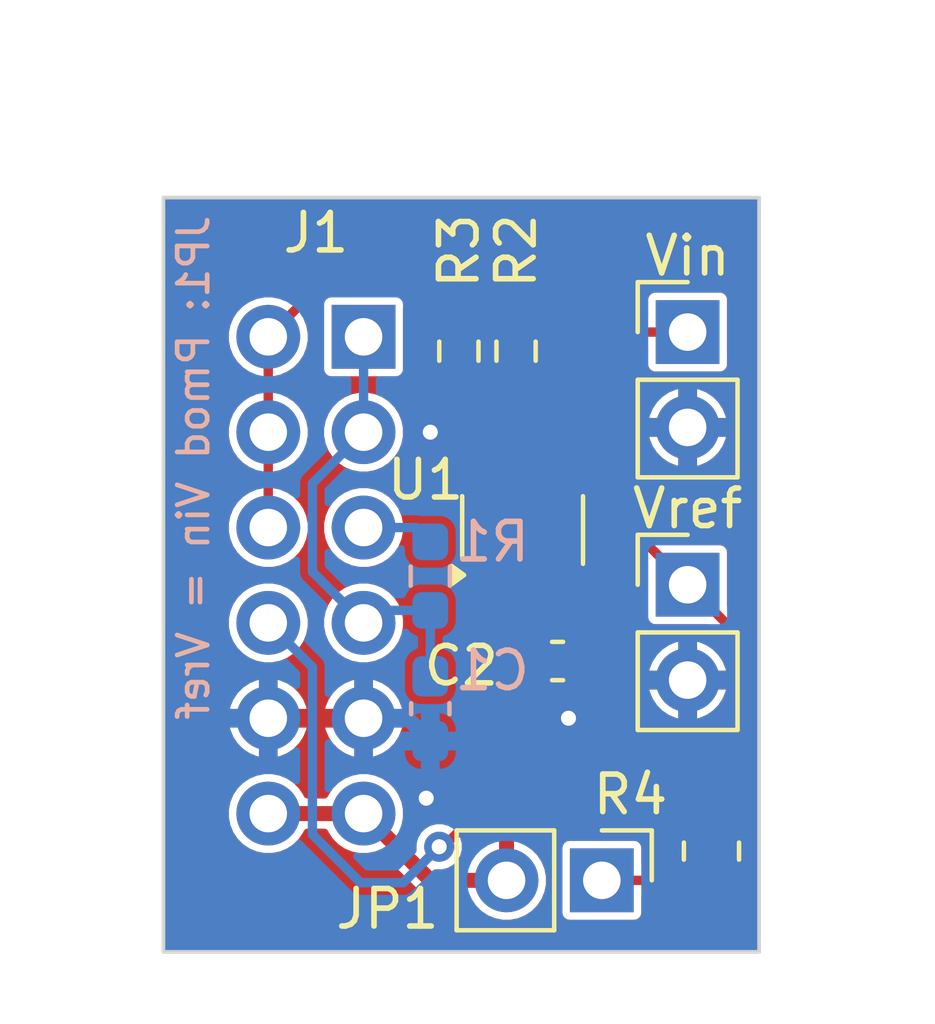
<source format=kicad_pcb>
(kicad_pcb (version 20241229) (generator "pcbnew") (generator_version "9.0")
  (layers (0 "F.Cu" signal) (2 "B.Cu" signal) (13 "F.Paste" user) (15 "B.Paste" user) (5 "F.SilkS" user "F.Silkscreen") (7 "B.SilkS" user "B.Silkscreen") (1 "F.Mask" user) (3 "B.Mask" user) (25 "Edge.Cuts" user))
  (net 0 "")
  (net 1 "GND")
  (net 2 "+3.3V")
  (net 3 "/CHARGE")
  (net 4 "/SENSE_LO")
  (net 5 "/SENSE_HI")
  (net 6 "/SEL")
  (net 7 "Net-(J2-Pin_1)")
  (net 8 "Net-(J3-Pin_1)")
  (net 9 "Net-(U1-D)")
  (net 10 "Net-(JP1-A)")
  (footprint "Capacitor_SMD:C_0603_1608Metric_Pad1.08x0.95mm_HandSolder" (layer "F.Cu") (at 73.75 69.596)
    (property "Reference" "C2" (at -2.5665 0.127 0) (layer "F.SilkS"))
    (property "Value" "1uF")
    (fp_line (start -0.146267 -0.51) (end 0.146267 -0.51) (stroke (width 0.12)) (layer "F.SilkS"))
    (fp_line (start -0.146267 0.51) (end 0.146267 0.51) (stroke (width 0.12)) (layer "F.SilkS"))
    (pad "1" smd roundrect (at -0.8625 0) (size 1.075 0.95) (layers "F.Cu" "F.Mask" "F.Paste") (net 2 "+3.3V"))
    (pad "2" smd roundrect (at 0.8625 0) (size 1.075 0.95) (layers "F.Cu" "F.Mask" "F.Paste") (net 1 "GND"))
  )
  (footprint "Resistor_SMD:R_0805_2012Metric_Pad1.20x1.40mm_HandSolder" (layer "F.Cu") (at 77.851 74.66 90)
    (property "Reference" "R4" (at 1.508 -2.159 180) (layer "F.SilkS"))
    (property "Value" "33")
    (fp_line (start -0.227064 -0.735) (end 0.227064 -0.735) (stroke (width 0.12)) (layer "F.SilkS"))
    (fp_line (start -0.227064 0.735) (end 0.227064 0.735) (stroke (width 0.12)) (layer "F.SilkS"))
    (pad "1" smd roundrect (at -1 0 90) (size 1.2 1.4) (layers "F.Cu" "F.Mask" "F.Paste") (roundrect_rratio 0.208333) (net 10 "Net-(JP1-A)"))
    (pad "2" smd roundrect (at 1 0 90) (size 1.2 1.4) (layers "F.Cu" "F.Mask" "F.Paste") (roundrect_rratio 0.208333) (net 8 "Net-(J3-Pin_1)"))
  )
  (footprint "Package_TO_SOT_SMD:SOT-23-6_Handsoldering" (layer "F.Cu") (at 72.818 66.106 90)
    (property "Reference" "U1" (at 1.336 -2.587 0) (layer "F.SilkS"))
    (property "Value" "TMUX1119DBVR")
    (fp_line (start 0.1 -1.61) (end 0.9 -1.61) (stroke (width 0.12)) (layer "F.SilkS"))
    (fp_line (start 0.1 -1.61) (end -0.7 -1.61) (stroke (width 0.12)) (layer "F.SilkS"))
    (fp_line (start -0.9 1.61) (end 0.9 1.61) (stroke (width 0.12)) (layer "F.SilkS"))
    (fp_poly (pts (xy -1.2 -1.56) (xy -1.44 -1.89) (xy -0.96 -1.89) (xy -1.2 -1.56)) (stroke (width 0.12)) (fill yes) (layer "F.SilkS"))
    (pad "1" smd roundrect (at -1.35 -0.95 90) (size 1.56 0.65) (layers "F.Cu" "F.Mask" "F.Paste") (net 6 "/SEL"))
    (pad "2" smd roundrect (at -1.35 0 90) (size 1.56 0.65) (layers "F.Cu" "F.Mask" "F.Paste") (net 2 "+3.3V"))
    (pad "3" smd roundrect (at -1.35 0.95 90) (size 1.56 0.65) (layers "F.Cu" "F.Mask" "F.Paste") (net 1 "GND"))
    (pad "4" smd roundrect (at 1.35 0.95 90) (size 1.56 0.65) (layers "F.Cu" "F.Mask" "F.Paste") (net 7 "Net-(J2-Pin_1)"))
    (pad "5" smd roundrect (at 1.35 0 90) (size 1.56 0.65) (layers "F.Cu" "F.Mask" "F.Paste") (net 9 "Net-(U1-D)"))
    (pad "6" smd roundrect (at 1.35 -0.95 90) (size 1.56 0.65) (layers "F.Cu" "F.Mask" "F.Paste") (net 8 "Net-(J3-Pin_1)"))
  )
  (footprint "Connector_PinHeader_2.54mm:PinHeader_1x02_P2.54mm_Vertical" (layer "F.Cu") (at 74.93 75.438 -90)
    (property "Reference" "JP1" (at 0.762 5.715 180) (layer "F.SilkS"))
    (property "Value" "Jumper_2_Open")
    (fp_line (start -1.33 3.87) (end 1.33 3.87) (stroke (width 0.12)) (layer "F.SilkS"))
    (fp_line (start -1.33 1.27) (end -1.33 3.87) (stroke (width 0.12)) (layer "F.SilkS"))
    (fp_line (start -1.33 1.27) (end 1.33 1.27) (stroke (width 0.12)) (layer "F.SilkS"))
    (fp_line (start 1.33 1.27) (end 1.33 3.87) (stroke (width 0.12)) (layer "F.SilkS"))
    (fp_line (start -1.33 0) (end -1.33 -1.33) (stroke (width 0.12)) (layer "F.SilkS"))
    (fp_line (start -1.33 -1.33) (end 0 -1.33) (stroke (width 0.12)) (layer "F.SilkS"))
    (pad "1" thru_hole rect (at 0 0 270) (size 1.7 1.7) (drill 1) (layers "*.Cu" "*.Mask") (net 10 "Net-(JP1-A)"))
    (pad "2" thru_hole oval (at 0 2.54 270) (size 1.7 1.7) (drill 1) (layers "*.Cu" "*.Mask") (net 2 "+3.3V"))
  )
  (footprint "pmod-rc:Pmod_SpecB" (layer "F.Cu") (at 68.58 60.96)
    (property "Reference" "J1" (at -1.27 -2.77 0) (layer "F.SilkS"))
    (property "Value" "Pmod_SpecB")
    (pad "1" thru_hole rect (at 0 0) (size 1.7 1.7) (drill 1) (layers "*.Cu" "*.Mask") (net 4 "/SENSE_LO"))
    (pad "2" thru_hole oval (at 0 2.54) (size 1.7 1.7) (drill 1) (layers "*.Cu" "*.Mask") (net 4 "/SENSE_LO"))
    (pad "3" thru_hole oval (at 0 5.08) (size 1.7 1.7) (drill 1) (layers "*.Cu" "*.Mask") (net 3 "/CHARGE"))
    (pad "4" thru_hole oval (at 0 7.62) (size 1.7 1.7) (drill 1) (layers "*.Cu" "*.Mask") (net 4 "/SENSE_LO"))
    (pad "5" thru_hole oval (at 0 10.16) (size 1.7 1.7) (drill 1) (layers "*.Cu" "*.Mask") (net 1 "GND"))
    (pad "6" thru_hole oval (at 0 12.7) (size 1.7 1.7) (drill 1) (layers "*.Cu" "*.Mask") (net 2 "+3.3V"))
    (pad "7" thru_hole oval (at -2.54 0) (size 1.7 1.7) (drill 1) (layers "*.Cu" "*.Mask") (net 5 "/SENSE_HI"))
    (pad "8" thru_hole oval (at -2.54 2.54) (size 1.7 1.7) (drill 1) (layers "*.Cu" "*.Mask") (net 5 "/SENSE_HI"))
    (pad "9" thru_hole oval (at -2.54 5.08) (size 1.7 1.7) (drill 1) (layers "*.Cu" "*.Mask") (net 5 "/SENSE_HI"))
    (pad "10" thru_hole oval (at -2.54 7.62) (size 1.7 1.7) (drill 1) (layers "*.Cu" "*.Mask") (net 6 "/SEL"))
    (pad "11" thru_hole oval (at -2.54 10.16) (size 1.7 1.7) (drill 1) (layers "*.Cu" "*.Mask") (net 1 "GND"))
    (pad "12" thru_hole oval (at -2.54 12.7) (size 1.7 1.7) (drill 1) (layers "*.Cu" "*.Mask") (net 2 "+3.3V"))
  )
  (footprint "Resistor_SMD:R_0603_1608Metric_Pad0.98x0.95mm_HandSolder" (layer "F.Cu") (at 71.12 61.342494 90)
    (property "Reference" "R3" (at 2.668494 0 90) (layer "F.SilkS"))
    (property "Value" "10k")
    (fp_line (start -0.254724 -0.5225) (end 0.254724 -0.5225) (stroke (width 0.12)) (layer "F.SilkS"))
    (fp_line (start -0.254724 0.5225) (end 0.254724 0.5225) (stroke (width 0.12)) (layer "F.SilkS"))
    (pad "1" smd roundrect (at -0.9125 0 90) (size 0.975 0.95) (layers "F.Cu" "F.Mask" "F.Paste") (net 1 "GND"))
    (pad "2" smd roundrect (at 0.9125 0 90) (size 0.975 0.95) (layers "F.Cu" "F.Mask" "F.Paste") (net 5 "/SENSE_HI"))
  )
  (footprint "Resistor_SMD:R_0603_1608Metric_Pad0.98x0.95mm_HandSolder" (layer "F.Cu") (at 72.644 61.342494 -90)
    (property "Reference" "R2" (at -2.668494 0 90) (layer "F.SilkS"))
    (property "Value" "10k")
    (fp_line (start -0.254724 0.5225) (end 0.254724 0.5225) (stroke (width 0.12)) (layer "F.SilkS"))
    (fp_line (start -0.254724 -0.5225) (end 0.254724 -0.5225) (stroke (width 0.12)) (layer "F.SilkS"))
    (pad "1" smd roundrect (at -0.9125 0 270) (size 0.975 0.95) (layers "F.Cu" "F.Mask" "F.Paste") (net 5 "/SENSE_HI"))
    (pad "2" smd roundrect (at 0.9125 0 270) (size 0.975 0.95) (layers "F.Cu" "F.Mask" "F.Paste") (net 9 "Net-(U1-D)"))
  )
  (footprint "Connector_PinHeader_2.54mm:PinHeader_1x02_P2.54mm_Vertical" (layer "F.Cu") (at 77.216 67.564)
    (property "Reference" "J3" (hide yes))
    (property "Value" "Vref" (at 0 -2.032 0) (layer "F.SilkS"))
    (fp_line (start -1.33 -1.33) (end 0 -1.33) (stroke (width 0.12)) (layer "F.SilkS"))
    (fp_line (start -1.33 0) (end -1.33 -1.33) (stroke (width 0.12)) (layer "F.SilkS"))
    (fp_line (start -1.33 1.27) (end -1.33 3.87) (stroke (width 0.12)) (layer "F.SilkS"))
    (fp_line (start -1.33 1.27) (end 1.33 1.27) (stroke (width 0.12)) (layer "F.SilkS"))
    (fp_line (start -1.33 3.87) (end 1.33 3.87) (stroke (width 0.12)) (layer "F.SilkS"))
    (fp_line (start 1.33 1.27) (end 1.33 3.87) (stroke (width 0.12)) (layer "F.SilkS"))
    (pad "1" thru_hole rect (at 0 0) (size 1.7 1.7) (drill 1) (layers "*.Cu" "*.Mask") (net 8 "Net-(J3-Pin_1)"))
    (pad "2" thru_hole oval (at 0 2.54) (size 1.7 1.7) (drill 1) (layers "*.Cu" "*.Mask") (net 1 "GND"))
  )
  (footprint "Connector_PinHeader_2.54mm:PinHeader_1x02_P2.54mm_Vertical" (layer "F.Cu") (at 77.216 60.833)
    (property "Reference" "J2" (hide yes))
    (property "Value" "Vin" (at 0 -2.032 0) (layer "F.SilkS"))
    (fp_line (start -1.33 -1.33) (end 0 -1.33) (stroke (width 0.12)) (layer "F.SilkS"))
    (fp_line (start -1.33 0) (end -1.33 -1.33) (stroke (width 0.12)) (layer "F.SilkS"))
    (fp_line (start -1.33 1.27) (end -1.33 3.87) (stroke (width 0.12)) (layer "F.SilkS"))
    (fp_line (start -1.33 1.27) (end 1.33 1.27) (stroke (width 0.12)) (layer "F.SilkS"))
    (fp_line (start -1.33 3.87) (end 1.33 3.87) (stroke (width 0.12)) (layer "F.SilkS"))
    (fp_line (start 1.33 1.27) (end 1.33 3.87) (stroke (width 0.12)) (layer "F.SilkS"))
    (pad "1" thru_hole rect (at 0 0) (size 1.7 1.7) (drill 1) (layers "*.Cu" "*.Mask") (net 7 "Net-(J2-Pin_1)"))
    (pad "2" thru_hole oval (at 0 2.54) (size 1.7 1.7) (drill 1) (layers "*.Cu" "*.Mask") (net 1 "GND"))
  )
  (footprint "Capacitor_SMD:C_0603_1608Metric_Pad1.08x0.95mm_HandSolder" (layer "B.Cu") (at 70.358 70.866 -90)
    (property "Reference" "C1" (at -1.016 -1.651 180) (layer "B.SilkS") (effects (justify mirror)))
    (property "Value" "1nF")
    (fp_line (start -0.146267 0.51) (end 0.146267 0.51) (stroke (width 0.12)) (layer "B.SilkS"))
    (fp_line (start -0.146267 -0.51) (end 0.146267 -0.51) (stroke (width 0.12)) (layer "B.SilkS"))
    (pad "1" smd roundrect (at -0.8625 0 270) (size 1.075 0.95) (layers "B.Cu" "B.Mask" "B.Paste") (net 4 "/SENSE_LO"))
    (pad "2" smd roundrect (at 0.8625 0 270) (size 1.075 0.95) (layers "B.Cu" "B.Mask" "B.Paste") (net 1 "GND"))
  )
  (footprint "Resistor_SMD:R_0603_1608Metric_Pad0.98x0.95mm_HandSolder" (layer "B.Cu") (at 70.358 67.3335 90)
    (property "Reference" "R1" (at 0.9125 1.651 180) (layer "B.SilkS") (effects (justify mirror)))
    (property "Value" "100k")
    (fp_line (start -0.254724 -0.5225) (end 0.254724 -0.5225) (stroke (width 0.12)) (layer "B.SilkS"))
    (fp_line (start -0.254724 0.5225) (end 0.254724 0.5225) (stroke (width 0.12)) (layer "B.SilkS"))
    (pad "1" smd roundrect (at -0.9125 0 90) (size 0.975 0.95) (layers "B.Cu" "B.Mask" "B.Paste") (net 4 "/SENSE_LO"))
    (pad "2" smd roundrect (at 0.9125 0 90) (size 0.975 0.95) (layers "B.Cu" "B.Mask" "B.Paste") (net 3 "/CHARGE"))
  )
  (gr_rect (start 63.246 57.25) (end 79.121 77.343) (stroke (width 0.1)) (fill no) (layer "Edge.Cuts"))
  (gr_text "JP1: Pmod Vin = Vref\n" (at 64.516 57.658 90) (layer "B.SilkS") (effects (font (size 0.8 0.8) (thickness 0.125)) (justify left bottom mirror)))
  (via (at 70.358 63.5) (size 0.8) (drill 0.4) (layers "F.Cu" "B.Cu") (net 1))
  (via (at 74.041 71.12) (size 0.8) (drill 0.4) (layers "F.Cu" "B.Cu") (net 1))
  (via (at 70.25 73.25) (size 0.8) (drill 0.4) (layers "F.Cu" "B.Cu") (net 1))
  (segment (start 69.7495 71.12) (end 70.358 71.7285) (width 0.4) (layer "B.Cu") (net 1))
  (segment (start 68.58 71.12) (end 69.7495 71.12) (width 0.4) (layer "B.Cu") (net 1))
  (segment (start 72.8875 67.5255) (end 72.818 67.456) (width 0.4) (layer "F.Cu") (net 2))
  (segment (start 72.8875 69.596) (end 72.8875 67.5255) (width 0.4) (layer "F.Cu") (net 2))
  (segment (start 72.6375 73.8625) (end 72.39 74.11) (width 0.4) (layer "F.Cu") (net 2))
  (segment (start 72.5 75.328) (end 72.39 75.438) (width 0.4) (layer "F.Cu") (net 2))
  (segment (start 68.58 73.66) (end 70.358 75.438) (width 0.4) (layer "F.Cu") (net 2))
  (segment (start 72.6375 69.596) (end 72.6375 73.8625) (width 0.4) (layer "F.Cu") (net 2))
  (segment (start 66.04 73.66) (end 68.58 73.66) (width 0.4) (layer "F.Cu") (net 2))
  (segment (start 72.39 74.11) (end 72.39 75.438) (width 0.4) (layer "F.Cu") (net 2))
  (segment (start 70.358 75.438) (end 72.39 75.438) (width 0.4) (layer "F.Cu") (net 2))
  (segment (start 69.977 66.04) (end 70.358 66.421) (width 0.25) (layer "B.Cu") (net 3))
  (segment (start 68.58 66.04) (end 69.977 66.04) (width 0.25) (layer "B.Cu") (net 3))
  (segment (start 67.216 64.864) (end 68.58 63.5) (width 0.25) (layer "B.Cu") (net 4))
  (segment (start 70.358 70.0035) (end 70.358 68.246) (width 0.25) (layer "B.Cu") (net 4))
  (segment (start 68.58 63.5) (end 68.58 60.96) (width 0.25) (layer "B.Cu") (net 4))
  (segment (start 70.358 68.246) (end 68.914 68.246) (width 0.25) (layer "B.Cu") (net 4))
  (segment (start 68.914 68.246) (end 68.58 68.58) (width 0.25) (layer "B.Cu") (net 4))
  (segment (start 67.216 67.216) (end 67.216 64.864) (width 0.25) (layer "B.Cu") (net 4))
  (segment (start 68.58 68.58) (end 69.1915 68.58) (width 0.25) (layer "B.Cu") (net 4))
  (segment (start 68.58 68.58) (end 67.216 67.216) (width 0.25) (layer "B.Cu") (net 4))
  (segment (start 70.474006 59.784) (end 67.216 59.784) (width 0.25) (layer "F.Cu") (net 5))
  (segment (start 71.12 60.429994) (end 70.474006 59.784) (width 0.25) (layer "F.Cu") (net 5))
  (segment (start 72.644 60.429994) (end 71.12 60.429994) (width 0.25) (layer "F.Cu") (net 5))
  (segment (start 66.04 60.96) (end 66.04 66.04) (width 0.25) (layer "F.Cu") (net 5))
  (segment (start 67.216 59.784) (end 66.04 60.96) (width 0.25) (layer "F.Cu") (net 5))
  (segment (start 71.868 73.382) (end 71.868 67.456) (width 0.25) (layer "F.Cu") (net 6))
  (segment (start 70.594686 74.543314) (end 70.706686 74.543314) (width 0.25) (layer "F.Cu") (net 6))
  (segment (start 70.706686 74.543314) (end 71.868 73.382) (width 0.25) (layer "F.Cu") (net 6))
  (via (at 70.594686 74.543314) (size 0.8) (drill 0.4) (layers "F.Cu" "B.Cu") (net 6))
  (segment (start 68.5 75.5) (end 67.216 74.216) (width 0.25) (layer "B.Cu") (net 6))
  (segment (start 68.5 75.5) (end 69.638 75.5) (width 0.25) (layer "B.Cu") (net 6))
  (segment (start 66.04 68.58) (end 66.324 68.58) (width 0.25) (layer "B.Cu") (net 6))
  (segment (start 67.216 69.756) (end 66.04 68.58) (width 0.25) (layer "B.Cu") (net 6))
  (segment (start 67.216 74.216) (end 67.216 69.756) (width 0.25) (layer "B.Cu") (net 6))
  (segment (start 69.638 75.5) (end 70.594686 74.543314) (width 0.25) (layer "B.Cu") (net 6))
  (segment (start 73.768 64.756) (end 73.768 62.884) (width 0.25) (layer "F.Cu") (net 7))
  (segment (start 75.819 60.833) (end 77.216 60.833) (width 0.25) (layer "F.Cu") (net 7))
  (segment (start 73.768 62.884) (end 75.819 60.833) (width 0.25) (layer "F.Cu") (net 7))
  (segment (start 75.692 66.04) (end 77.216 67.564) (width 0.25) (layer "F.Cu") (net 8))
  (segment (start 72.372001 66.04) (end 75.692 66.04) (width 0.25) (layer "F.Cu") (net 8))
  (segment (start 71.868 64.756) (end 71.868 65.535999) (width 0.25) (layer "F.Cu") (net 8))
  (segment (start 77.216 67.564) (end 78.795 69.143) (width 0.25) (layer "F.Cu") (net 8))
  (segment (start 78.795 72.716) (end 77.851 73.66) (width 0.25) (layer "F.Cu") (net 8))
  (segment (start 78.795 69.143) (end 78.795 72.716) (width 0.25) (layer "F.Cu") (net 8))
  (segment (start 71.868 65.535999) (end 72.372001 66.04) (width 0.25) (layer "F.Cu") (net 8))
  (segment (start 72.644 62.254994) (end 72.644 64.582) (width 0.25) (layer "F.Cu") (net 9))
  (segment (start 72.644 64.582) (end 72.818 64.756) (width 0.25) (layer "F.Cu") (net 9))
  (segment (start 74.93 75.438) (end 77.629 75.438) (width 0.25) (layer "F.Cu") (net 10))
  (segment (start 77.629 75.438) (end 77.851 75.66) (width 0.25) (layer "F.Cu") (net 10))
  (zone (net 1) (net_name "GND") (layers "F.Cu" "B.Cu") (connect_pads (clearance 0.2)) (min_thickness 0.2) (fill yes (thermal_gap 0.2) (thermal_bridge_width 0.5))
    (polygon (pts (xy 60.96 55.88) (xy 83.82 55.88) (xy 83.82 78.74) (xy 60.96 78.74)))
  )
)
</source>
